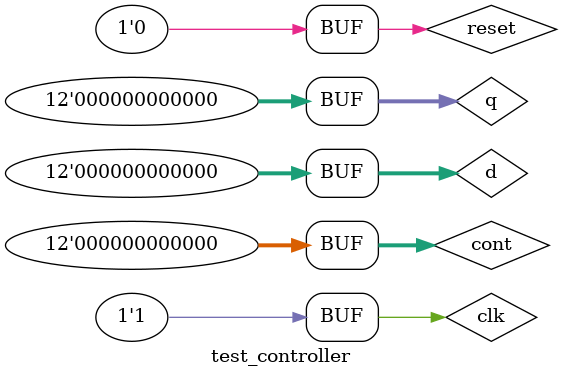
<source format=sv>
`timescale 1ns / 1ps


module test_controller();
    reg [11:0] d;
    reg [11:0] q;
    logic [11:0] cont;
    logic clk;
    logic reset;
    
    Controller uut( .c(cont), .d_in(d), .q_out(q), .clk(clk), .reset(reset) );
    
    assign reset = 0;
    assign cont = 0;
    assign d = 0;
    assign q = 0;
    
    always
      begin
        clk = 0;
        #5;
        
        clk = 1;
        #5;
      end
    
    
    initial begin
    
    d = 12'b000001011100;//05c
    #10;
    
    d = 12'b000000000000;//000
    #10;
    
    d = 12'b000110101010;//11a
    #10;
    
    d = 12'b001111111111;//3ff
    #10;
    
    d = 12'b101000001010;//a0a
    #10;
    
    d = 12'b110111001110;
    #10;
    end //end declaration
    
    
endmodule

</source>
